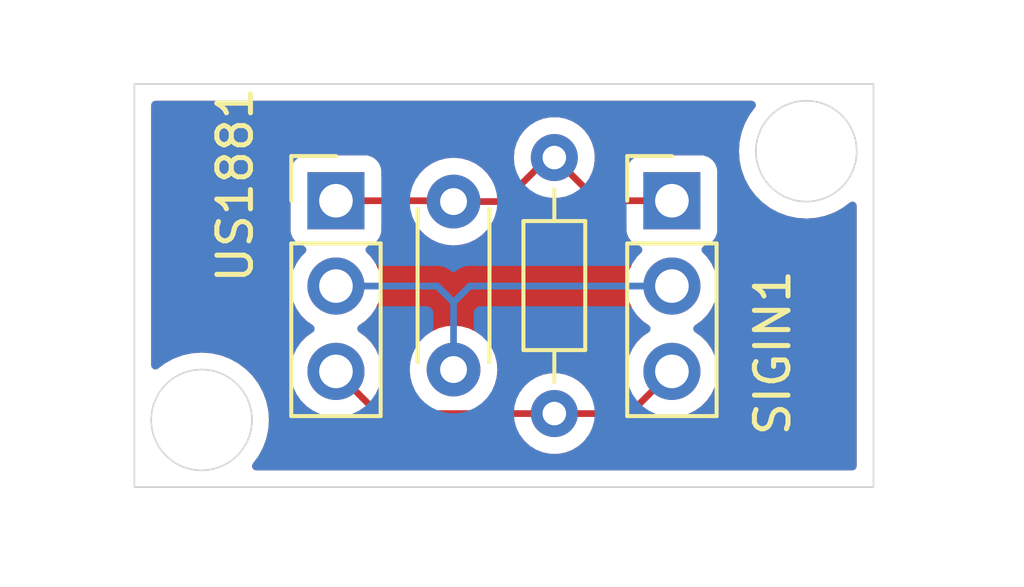
<source format=kicad_pcb>
(kicad_pcb (version 20240108) (generator "pcbnew") (generator_version "8.0")
  (layers (0 "F.Cu" signal) (31 "B.Cu" signal) (34 "B.Paste" user) (35 "F.Paste" user) (36 "B.SilkS" user "B.Silkscreen") (37 "F.SilkS" user "F.Silkscreen") (38 "B.Mask" user) (39 "F.Mask" user) (44 "Edge.Cuts" user))
  (net 0 "")
  (net 1 "GND")
  (net 2 "VDD")
  (net 3 "OUT")
  (footprint "Connector_PinHeader_2.54mm:PinHeader_1x03_P2.54mm_Vertical" (layer "F.Cu") (at 119 67.475)
    (property "Reference" "SIGIN1" (at 3 4.525 90) (layer "F.SilkS"))
    (property "Value" "Conn_01x03" (hide yes))
    (fp_line (start -1.33 -1.33) (end 0 -1.33) (stroke (width 0.12)) (layer "F.SilkS"))
    (fp_line (start -1.33 0) (end -1.33 -1.33) (stroke (width 0.12)) (layer "F.SilkS"))
    (fp_line (start -1.33 1.27) (end -1.33 6.41) (stroke (width 0.12)) (layer "F.SilkS"))
    (fp_line (start -1.33 1.27) (end 1.33 1.27) (stroke (width 0.12)) (layer "F.SilkS"))
    (fp_line (start -1.33 6.41) (end 1.33 6.41) (stroke (width 0.12)) (layer "F.SilkS"))
    (fp_line (start 1.33 1.27) (end 1.33 6.41) (stroke (width 0.12)) (layer "F.SilkS"))
    (pad "1" thru_hole rect (at 0 0) (size 1.7 1.7) (drill 1) (layers "*.Cu" "*.Mask") (net 2 "VDD"))
    (pad "2" thru_hole oval (at 0 2.54) (size 1.7 1.7) (drill 1) (layers "*.Cu" "*.Mask") (net 1 "GND"))
    (pad "3" thru_hole oval (at 0 5.08) (size 1.7 1.7) (drill 1) (layers "*.Cu" "*.Mask") (net 3 "OUT"))
  )
  (footprint "Connector_PinHeader_2.54mm:PinHeader_1x03_P2.54mm_Vertical" (layer "F.Cu") (at 109 67.475)
    (property "Reference" "US1881" (at -3 -0.475 90) (layer "F.SilkS"))
    (property "Value" "Conn_01x03" (hide yes))
    (fp_line (start -1.33 -1.33) (end 0 -1.33) (stroke (width 0.12)) (layer "F.SilkS"))
    (fp_line (start -1.33 0) (end -1.33 -1.33) (stroke (width 0.12)) (layer "F.SilkS"))
    (fp_line (start -1.33 1.27) (end -1.33 6.41) (stroke (width 0.12)) (layer "F.SilkS"))
    (fp_line (start -1.33 1.27) (end 1.33 1.27) (stroke (width 0.12)) (layer "F.SilkS"))
    (fp_line (start -1.33 6.41) (end 1.33 6.41) (stroke (width 0.12)) (layer "F.SilkS"))
    (fp_line (start 1.33 1.27) (end 1.33 6.41) (stroke (width 0.12)) (layer "F.SilkS"))
    (pad "1" thru_hole rect (at 0 0) (size 1.7 1.7) (drill 1) (layers "*.Cu" "*.Mask") (net 2 "VDD"))
    (pad "2" thru_hole oval (at 0 2.54) (size 1.7 1.7) (drill 1) (layers "*.Cu" "*.Mask") (net 1 "GND"))
    (pad "3" thru_hole oval (at 0 5.08) (size 1.7 1.7) (drill 1) (layers "*.Cu" "*.Mask") (net 3 "OUT"))
  )
  (footprint "Resistor_THT:R_Axial_DIN0204_L3.6mm_D1.6mm_P7.62mm_Horizontal" (layer "F.Cu") (at 115.5 66.19 -90)
    (property "Reference" "R1" (hide yes))
    (property "Value" "10k" (hide yes))
    (fp_line (start 1.89 0.92) (end 5.73 0.92) (stroke (width 0.12)) (layer "F.SilkS"))
    (fp_line (start 5.73 0.92) (end 5.73 -0.92) (stroke (width 0.12)) (layer "F.SilkS"))
    (fp_line (start 0.94 0) (end 1.89 0) (stroke (width 0.12)) (layer "F.SilkS"))
    (fp_line (start 6.68 0) (end 5.73 0) (stroke (width 0.12)) (layer "F.SilkS"))
    (fp_line (start 1.89 -0.92) (end 1.89 0.92) (stroke (width 0.12)) (layer "F.SilkS"))
    (fp_line (start 5.73 -0.92) (end 1.89 -0.92) (stroke (width 0.12)) (layer "F.SilkS"))
    (pad "1" thru_hole circle (at 0 0 270) (size 1.4 1.4) (drill 0.7) (layers "*.Cu" "*.Mask") (net 2 "VDD"))
    (pad "2" thru_hole oval (at 7.62 0 270) (size 1.4 1.4) (drill 0.7) (layers "*.Cu" "*.Mask") (net 3 "OUT"))
  )
  (footprint "Capacitor_THT:C_Disc_D4.3mm_W1.9mm_P5.00mm" (layer "F.Cu") (at 112.5 72.5 90)
    (property "Reference" "C1" (hide yes))
    (property "Value" "100nF" (hide yes))
    (fp_line (start 4.77 -1.07) (end 4.77 -1.055) (stroke (width 0.12)) (layer "F.SilkS"))
    (fp_line (start 0.23 -1.07) (end 4.77 -1.07) (stroke (width 0.12)) (layer "F.SilkS"))
    (fp_line (start 0.23 -1.07) (end 0.23 -1.055) (stroke (width 0.12)) (layer "F.SilkS"))
    (fp_line (start 4.77 1.055) (end 4.77 1.07) (stroke (width 0.12)) (layer "F.SilkS"))
    (fp_line (start 0.23 1.055) (end 0.23 1.07) (stroke (width 0.12)) (layer "F.SilkS"))
    (fp_line (start 0.23 1.07) (end 4.77 1.07) (stroke (width 0.12)) (layer "F.SilkS"))
    (pad "1" thru_hole circle (at 0 0 90) (size 1.6 1.6) (drill 0.8) (layers "*.Cu" "*.Mask") (net 1 "GND"))
    (pad "2" thru_hole circle (at 5 0 90) (size 1.6 1.6) (drill 0.8) (layers "*.Cu" "*.Mask") (net 2 "VDD"))
  )
  (gr_circle (center 105 74) (end 106.5 74) (stroke (width 0.05)) (fill none) (layer "Edge.Cuts"))
  (gr_circle (center 123 66) (end 124.5 66) (stroke (width 0.05)) (fill none) (layer "Edge.Cuts"))
  (gr_rect (start 103 64) (end 125 76) (stroke (width 0.05)) (fill none) (layer "Edge.Cuts"))
  (segment (start 112.985 70.015) (end 112.5 70.5) (width 0.2) (layer "B.Cu") (net 1))
  (segment (start 112.5 72.5) (end 112.5 70.5) (width 0.2) (layer "B.Cu") (net 1))
  (segment (start 112.015 70.015) (end 112.5 70.5) (width 0.2) (layer "B.Cu") (net 1))
  (segment (start 119 70.015) (end 112.985 70.015) (width 0.2) (layer "B.Cu") (net 1))
  (segment (start 109 70.015) (end 112 70.015) (width 0.2) (layer "B.Cu") (net 1))
  (segment (start 109 67.475) (end 112.475 67.475) (width 0.2) (layer "F.Cu") (net 2))
  (segment (start 119 67.475) (end 116.785 67.475) (width 0.2) (layer "F.Cu") (net 2))
  (segment (start 115.31 66.19) (end 114 67.5) (width 0.2) (layer "F.Cu") (net 2))
  (segment (start 116.785 67.475) (end 115.5 66.19) (width 0.2) (layer "F.Cu") (net 2))
  (segment (start 112.5 67.5) (end 114 67.5) (width 0.2) (layer "F.Cu") (net 2))
  (segment (start 115.5 73.81) (end 117.745 73.81) (width 0.2) (layer "F.Cu") (net 3))
  (segment (start 110.255 73.81) (end 115.5 73.81) (width 0.2) (layer "F.Cu") (net 3))
  (segment (start 117.745 73.81) (end 119 72.555) (width 0.2) (layer "F.Cu") (net 3))
  (segment (start 109 72.555) (end 110.255 73.81) (width 0.2) (layer "F.Cu") (net 3))
  (zone (net 0) (net_name "") (layers "F&B.Cu") (connect_pads (clearance 0.5)) (min_thickness 0.25) (fill yes (thermal_gap 0.5) (thermal_bridge_width 0.5) (island_removal_mode 1) (island_area_min 10))
    (polygon (pts (xy 99 62) (xy 127 61.5) (xy 129.5 78.5) (xy 100.5 79)))
  )
)
</source>
